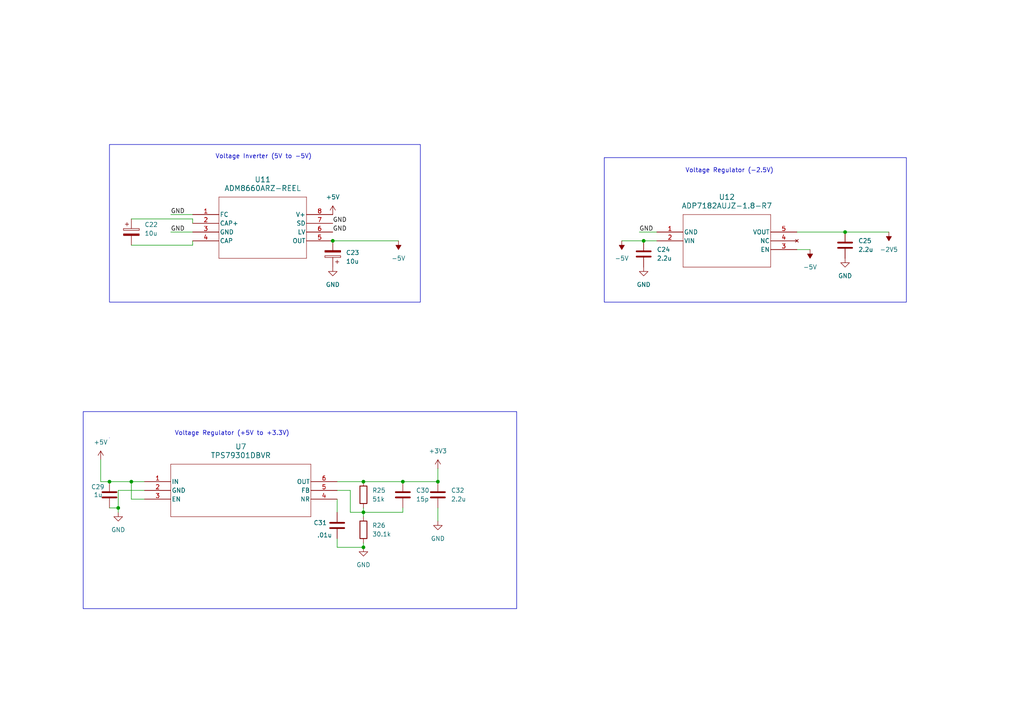
<source format=kicad_sch>
(kicad_sch (version 20250114) (generator "eeschema") (generator_version "9.0")
  (paper "A4")
  (lib_symbols
    (symbol "Device:C" (pin_numbers (hide yes)) (pin_names (offset 0.254))
      (property "Reference" "C" (at 0.635 2.54 0))
      (property "Value" "C" (at 0.635 -2.54 0))
      (symbol "C_0_1"
        (polyline (pts (xy -2.032 0.762) (xy 2.032 0.762)) (stroke (width 0.508)))
        (polyline (pts (xy -2.032 -0.762) (xy 2.032 -0.762)) (stroke (width 0.508)))
      )
      (symbol "C_1_1"
        (pin passive line (at 0 3.81 270) (length 2.794) (name "~") (number "1"))
        (pin passive line (at 0 -3.81 90) (length 2.794) (name "~") (number "2"))
      )
    )
    (symbol "Device:C_Polarized" (pin_numbers (hide yes)) (pin_names (offset 0.254))
      (property "Reference" "C" (at 0.635 2.54 0))
      (property "Value" "C_Polarized" (at 0.635 -2.54 0))
      (symbol "C_Polarized_0_1"
        (rectangle (start -2.286 0.508) (end 2.286 1.016))
        (polyline (pts (xy -1.778 2.286) (xy -0.762 2.286)))
        (polyline (pts (xy -1.27 2.794) (xy -1.27 1.778)))
        (rectangle (start 2.286 -0.508) (end -2.286 -1.016) (fill (type outline)))
      )
      (symbol "C_Polarized_1_1"
        (pin passive line (at 0 3.81 270) (length 2.794) (name "~") (number "1"))
        (pin passive line (at 0 -3.81 90) (length 2.794) (name "~") (number "2"))
      )
    )
    (symbol "Device:R" (pin_numbers (hide yes)) (pin_names (offset 0))
      (property "Reference" "R" (at 2.032 0 90))
      (property "Value" "R" (at 0 0 90))
      (symbol "R_0_1"
        (rectangle (start -1.016 -2.54) (end 1.016 2.54) (stroke (width 0.254)))
      )
      (symbol "R_1_1"
        (pin passive line (at 0 3.81 270) (length 1.27) (name "~") (number "1"))
        (pin passive line (at 0 -3.81 90) (length 1.27) (name "~") (number "2"))
      )
    )
    (symbol "GND_1" (power) (pin_numbers (hide yes)) (pin_names (offset 0) (hide yes))
      (property "Value" "GND" (at 0 -3.81 0))
      (symbol "GND_1_0_1"
        (polyline (pts (xy 0 0) (xy 0 -1.27) (xy 1.27 -1.27) (xy 0 -2.54) (xy -1.27 -1.27) (xy 0 -1.27)))
      )
      (symbol "GND_1_1_1"
        (pin power_in line (at 0 0 270) (length 0) (name "~") (number "1"))
      )
    )
    (symbol "GND_2" (power) (pin_numbers (hide yes)) (pin_names (offset 0) (hide yes))
      (property "Value" "GND" (at 0 -3.81 0))
      (symbol "GND_2_0_1"
        (polyline (pts (xy 0 0) (xy 0 -1.27) (xy 1.27 -1.27) (xy 0 -2.54) (xy -1.27 -1.27) (xy 0 -1.27)))
      )
      (symbol "GND_2_1_1"
        (pin power_in line (at 0 0 270) (length 0) (name "~") (number "1"))
      )
    )
    (symbol "GND_3" (power) (pin_numbers (hide yes)) (pin_names (offset 0) (hide yes))
      (property "Value" "GND" (at 0 -3.81 0))
      (symbol "GND_3_0_1"
        (polyline (pts (xy 0 0) (xy 0 -1.27) (xy 1.27 -1.27) (xy 0 -2.54) (xy -1.27 -1.27) (xy 0 -1.27)))
      )
      (symbol "GND_3_1_1"
        (pin power_in line (at 0 0 270) (length 0) (name "~") (number "1"))
      )
    )
    (symbol "LDO_Regulator:ADP7182AUJZ-1.8-R7" (pin_names (offset 0.254))
      (property "Reference" "U" (at 20.32 10.16 0))
      (property "Value" "ADP7182AUJZ-1.8-R7" (at 20.32 7.62 0))
      (symbol "ADP7182AUJZ-1.8-R7_0_1"
        (polyline (pts (xy 7.62 5.08) (xy 7.62 -10.16)) (stroke (width 0.127)))
        (polyline (pts (xy 7.62 -10.16) (xy 33.02 -10.16)) (stroke (width 0.127)))
        (polyline (pts (xy 33.02 5.08) (xy 7.62 5.08)) (stroke (width 0.127)))
        (polyline (pts (xy 33.02 -10.16) (xy 33.02 5.08)) (stroke (width 0.127)))
        (pin power_out line (at 0 0 0) (length 7.62) (name "GND") (number "1"))
        (pin power_in line (at 0 -2.54 0) (length 7.62) (name "VIN") (number "2"))
        (pin output line (at 40.64 0 180) (length 7.62) (name "VOUT") (number "5"))
        (pin no_connect line (at 40.64 -2.54 180) (length 7.62) (name "NC") (number "4"))
        (pin input line (at 40.64 -5.08 180) (length 7.62) (name "EN") (number "3"))
      )
    )
    (symbol "LDO_Regulator:TPS79301DBVR" (pin_names (offset 0.254))
      (property "Reference" "U" (at 27.94 10.16 0))
      (property "Value" "TPS79301DBVR" (at 27.94 7.62 0))
      (symbol "TPS79301DBVR_0_1"
        (polyline (pts (xy 7.62 5.08) (xy 7.62 -10.16)) (stroke (width 0.127)))
        (polyline (pts (xy 7.62 -10.16) (xy 48.26 -10.16)) (stroke (width 0.127)))
        (polyline (pts (xy 48.26 5.08) (xy 7.62 5.08)) (stroke (width 0.127)))
        (polyline (pts (xy 48.26 -10.16) (xy 48.26 5.08)) (stroke (width 0.127)))
        (pin input line (at 0 0 0) (length 7.62) (name "IN") (number "1"))
        (pin power_in line (at 0 -2.54 0) (length 7.62) (name "GND") (number "2"))
        (pin unspecified line (at 0 -5.08 0) (length 7.62) (name "EN") (number "3"))
        (pin output line (at 55.88 0 180) (length 7.62) (name "OUT") (number "6"))
        (pin unspecified line (at 55.88 -2.54 180) (length 7.62) (name "FB") (number "5"))
        (pin unspecified line (at 55.88 -5.08 180) (length 7.62) (name "NR") (number "4"))
      )
    )
    (symbol "Voltate_Converter:ADM8660ARZ-REEL" (pin_names (offset 0.254))
      (property "Reference" "U" (at 20.32 10.16 0))
      (property "Value" "ADM8660ARZ-REEL" (at 20.32 7.62 0))
      (symbol "ADM8660ARZ-REEL_0_1"
        (polyline (pts (xy 7.62 5.08) (xy 7.62 -12.7)) (stroke (width 0.127)))
        (polyline (pts (xy 7.62 -12.7) (xy 33.02 -12.7)) (stroke (width 0.127)))
        (polyline (pts (xy 33.02 5.08) (xy 7.62 5.08)) (stroke (width 0.127)))
        (polyline (pts (xy 33.02 -12.7) (xy 33.02 5.08)) (stroke (width 0.127)))
        (pin unspecified line (at 0 0 0) (length 7.62) (name "FC") (number "1"))
        (pin unspecified line (at 0 -2.54 0) (length 7.62) (name "CAP+") (number "2"))
        (pin power_out line (at 0 -5.08 0) (length 7.62) (name "GND") (number "3"))
        (pin unspecified line (at 0 -7.62 0) (length 7.62) (name "CAP") (number "4"))
        (pin power_in line (at 40.64 0 180) (length 7.62) (name "V+") (number "8"))
        (pin unspecified line (at 40.64 -2.54 180) (length 7.62) (name "SD") (number "7"))
        (pin unspecified line (at 40.64 -5.08 180) (length 7.62) (name "LV") (number "6"))
        (pin output line (at 40.64 -7.62 180) (length 7.62) (name "OUT") (number "5"))
      )
    )
    (symbol "power:+3V3" (power) (pin_numbers (hide yes)) (pin_names (offset 0) (hide yes))
      (property "Value" "+3V3" (at 0 3.556 0))
      (symbol "+3V3_0_1"
        (polyline (pts (xy -0.762 1.27) (xy 0 2.54)))
        (polyline (pts (xy 0 2.54) (xy 0.762 1.27)))
        (polyline (pts (xy 0 0) (xy 0 2.54)))
      )
      (symbol "+3V3_1_1"
        (pin power_in line (at 0 0 90) (length 0) (name "~") (number "1"))
      )
    )
    (symbol "power:+5V" (power) (pin_names (offset 0))
      (property "Value" "+5V" (at 0 3.556 0))
      (symbol "+5V_0_1"
        (polyline (pts (xy -0.762 1.27) (xy 0 2.54)))
        (polyline (pts (xy 0 2.54) (xy 0.762 1.27)))
        (polyline (pts (xy 0 0) (xy 0 2.54)))
      )
      (symbol "+5V_1_1"
        (pin power_in line (at 0 0 90) (length 0) (hide yes) (name "+5V") (number "1"))
      )
    )
    (symbol "power:-2V5" (power) (pin_names (offset 0))
      (property "Value" "-2V5" (at 0 3.81 0))
      (symbol "-2V5_0_0"
        (pin power_in line (at 0 0 90) (length 0) (hide yes) (name "-2V5") (number "1"))
      )
      (symbol "-2V5_0_1"
        (polyline (pts (xy 0 0) (xy 0 1.27) (xy 0.762 1.27) (xy 0 2.54) (xy -0.762 1.27) (xy 0 1.27)) (fill (type outline)))
      )
    )
    (symbol "power:-5V" (power) (pin_names (offset 0))
      (property "Value" "-5V" (at 0 3.81 0))
      (symbol "-5V_0_0"
        (pin power_in line (at 0 0 90) (length 0) (hide yes) (name "-5V") (number "1"))
      )
      (symbol "-5V_0_1"
        (polyline (pts (xy 0 0) (xy 0 1.27) (xy 0.762 1.27) (xy 0 2.54) (xy -0.762 1.27) (xy 0 1.27)) (fill (type outline)))
      )
    )
    (symbol "power:GND" (power) (pin_names (offset 0))
      (property "Value" "GND" (at 0 -3.81 0))
      (symbol "GND_0_1"
        (polyline (pts (xy 0 0) (xy 0 -1.27) (xy 1.27 -1.27) (xy 0 -2.54) (xy -1.27 -1.27) (xy 0 -1.27)))
      )
      (symbol "GND_1_1"
        (pin power_in line (at 0 0 270) (length 0) (hide yes) (name "GND") (number "1"))
      )
    )
  )
  (rectangle (start 31.75 41.91) (end 121.92 87.63))
  (rectangle (start 31.75 127) (end 31.75 127))
  (rectangle (start 24.13 119.38) (end 149.86 176.53))
  (rectangle (start 175.26 45.72) (end 262.89 87.63))
  (text "Voltage Regulator (-2.5V)" (at 211.582 49.53 0) (effects (font (size 1.27 1.27))))
  (text "Voltage Regulator (+5V to +3.3V)" (at 67.31 125.73 0) (effects (font (size 1.27 1.27))))
  (text "Voltage Inverter (5V to -5V)" (at 76.454 45.466 0) (effects (font (size 1.27 1.27))))
  (junction (at 105.41 139.7))
  (junction (at 105.41 158.75))
  (junction (at 105.41 148.59))
  (junction (at 38.1 139.7))
  (junction (at 31.75 139.7))
  (junction (at 245.11 67.31))
  (junction (at 34.29 147.32))
  (junction (at 96.52 69.85))
  (junction (at 127 139.7))
  (junction (at 186.69 69.85))
  (junction (at 116.84 139.7))
  (wire (pts (xy 97.79 142.24) (xy 101.6 142.24)))
  (wire (pts (xy 41.91 142.24) (xy 34.29 142.24)))
  (wire (pts (xy 116.84 139.7) (xy 127 139.7)))
  (wire (pts (xy 116.84 147.32) (xy 116.84 148.59)))
  (wire (pts (xy 49.53 67.31) (xy 55.88 67.31)))
  (wire (pts (xy 116.84 148.59) (xy 105.41 148.59)))
  (wire (pts (xy 180.34 69.85) (xy 186.69 69.85)))
  (wire (pts (xy 29.21 139.7) (xy 31.75 139.7)))
  (wire (pts (xy 49.53 62.23) (xy 55.88 62.23)))
  (wire (pts (xy 105.41 149.86) (xy 105.41 148.59)))
  (wire (pts (xy 231.14 72.39) (xy 234.95 72.39)))
  (wire (pts (xy 31.75 139.7) (xy 38.1 139.7)))
  (wire (pts (xy 101.6 148.59) (xy 105.41 148.59)))
  (wire (pts (xy 34.29 142.24) (xy 34.29 147.32)))
  (wire (pts (xy 185.42 67.31) (xy 190.5 67.31)))
  (wire (pts (xy 34.29 147.32) (xy 34.29 148.59)))
  (wire (pts (xy 115.57 69.85) (xy 96.52 69.85)))
  (wire (pts (xy 127 135.89) (xy 127 139.7)))
  (wire (pts (xy 105.41 139.7) (xy 116.84 139.7)))
  (wire (pts (xy 105.41 157.48) (xy 105.41 158.75)))
  (wire (pts (xy 231.14 67.31) (xy 245.11 67.31)))
  (wire (pts (xy 31.75 147.32) (xy 34.29 147.32)))
  (wire (pts (xy 105.41 148.59) (xy 105.41 147.32)))
  (wire (pts (xy 101.6 142.24) (xy 101.6 148.59)))
  (wire (pts (xy 127 147.32) (xy 127 151.13)))
  (wire (pts (xy 29.21 133.35) (xy 29.21 139.7)))
  (wire (pts (xy 38.1 63.5) (xy 55.88 63.5)))
  (wire (pts (xy 245.11 67.31) (xy 257.81 67.31)))
  (wire (pts (xy 186.69 69.85) (xy 190.5 69.85)))
  (wire (pts (xy 41.91 144.78) (xy 38.1 144.78)))
  (wire (pts (xy 97.79 139.7) (xy 105.41 139.7)))
  (wire (pts (xy 97.79 156.21) (xy 97.79 158.75)))
  (wire (pts (xy 38.1 71.12) (xy 55.88 71.12)))
  (wire (pts (xy 38.1 144.78) (xy 38.1 139.7)))
  (wire (pts (xy 97.79 144.78) (xy 97.79 148.59)))
  (wire (pts (xy 55.88 71.12) (xy 55.88 69.85)))
  (wire (pts (xy 55.88 63.5) (xy 55.88 64.77)))
  (wire (pts (xy 97.79 158.75) (xy 105.41 158.75)))
  (wire (pts (xy 38.1 139.7) (xy 41.91 139.7)))
  (label "GND" (at 96.52 67.31 0))
  (label "GND" (at 96.52 64.77 0))
  (label "GND" (at 49.53 62.23 0))
  (label "GND" (at 185.42 67.31 0))
  (label "GND" (at 49.53 67.31 0))
  (symbol (lib_id "power:-2V5") (at 257.81 67.31 180) (unit 1)
    (property "Reference" "#PWR055" (effects (hide yes)))
    (property "Value" "-2V5" (at 257.81 72.39 0))
    (property "Description" "Power symbol creates a global label with name \"-2V5\"" (effects (hide yes)))
  )
  (symbol (lib_name "GND_2") (lib_id "power:GND") (at 105.41 158.75 0) (unit 1)
    (property "Reference" "#PWR066" (effects (hide yes)))
    (property "Value" "GND" (at 105.41 163.83 0))
    (property "Description" "Power symbol creates a global label with name \"GND\" , ground" (effects (hide yes)))
  )
  (symbol (lib_id "power:+3V3") (at 127 135.89 0) (unit 1)
    (property "Reference" "#PWR069" (effects (hide yes)))
    (property "Value" "+3V3" (at 127 130.81 0))
    (property "Description" "Power symbol creates a global label with name \"+3V3\"" (effects (hide yes)))
  )
  (symbol (lib_id "Device:C") (at 31.75 143.51 0) (unit 1)
    (property "Reference" "C29" (at 26.416 141.224 0) (effects (justify left)))
    (property "Value" "1u" (at 27.178 143.51 0) (effects (justify left)))
    (property "Footprint" "Capacitor_SMD:C_0402_1005Metric" (effects (hide yes)))
    (property "Description" "Unpolarized capacitor" (effects (hide yes)))
  )
  (symbol (lib_id "Device:C") (at 245.11 71.12 0) (unit 1)
    (property "Reference" "C25" (at 248.92 69.8499 0) (effects (justify left)))
    (property "Value" "2.2u" (at 248.92 72.3899 0) (effects (justify left)))
    (property "Footprint" "Capacitor_SMD:C_0402_1005Metric" (effects (hide yes)))
    (property "Description" "Unpolarized capacitor" (effects (hide yes)))
  )
  (symbol (lib_id "Device:C") (at 127 143.51 0) (unit 1)
    (property "Reference" "C32" (at 130.81 142.2399 0) (effects (justify left)))
    (property "Value" "2.2u" (at 130.81 144.7799 0) (effects (justify left)))
    (property "Footprint" "Capacitor_SMD:C_0402_1005Metric" (effects (hide yes)))
    (property "Description" "Unpolarized capacitor" (effects (hide yes)))
  )
  (symbol (lib_name "GND_3") (lib_id "power:GND") (at 127 151.13 0) (unit 1)
    (property "Reference" "#PWR068" (effects (hide yes)))
    (property "Value" "GND" (at 127 156.21 0))
    (property "Description" "Power symbol creates a global label with name \"GND\" , ground" (effects (hide yes)))
  )
  (symbol (lib_id "power:GND") (at 186.69 77.47 0) (unit 1)
    (property "Reference" "#PWR058" (effects (hide yes)))
    (property "Value" "GND" (at 186.69 82.55 0))
    (property "Description" "Power symbol creates a global label with name \"GND\" , ground" (effects (hide yes)))
  )
  (symbol (lib_id "LDO_Regulator:TPS79301DBVR") (at 41.91 139.7 0) (unit 1)
    (property "Reference" "U7" (at 69.85 129.54 0) (effects (font (size 1.524 1.524))))
    (property "Value" "TPS79301DBVR" (at 69.85 132.08 0) (effects (font (size 1.524 1.524))))
    (property "Footprint" "DBV6" (effects (hide yes)))
    (property "Datasheet" "TPS79301DBVR" (effects (hide yes)))
  )
  (symbol (lib_id "Device:C") (at 186.69 73.66 0) (unit 1)
    (property "Reference" "C24" (at 190.5 72.3899 0) (effects (justify left)))
    (property "Value" "2.2u" (at 190.5 74.9299 0) (effects (justify left)))
    (property "Footprint" "Capacitor_SMD:C_0402_1005Metric" (effects (hide yes)))
    (property "Description" "Unpolarized capacitor" (effects (hide yes)))
  )
  (symbol (lib_id "power:-5V") (at 180.34 69.85 180) (unit 1)
    (property "Reference" "#PWR054" (effects (hide yes)))
    (property "Value" "-5V" (at 180.34 74.93 0))
    (property "Description" "Power symbol creates a global label with name \"-5V\"" (effects (hide yes)))
  )
  (symbol (lib_id "power:-5V") (at 234.95 72.39 180) (unit 1)
    (property "Reference" "#PWR046" (effects (hide yes)))
    (property "Value" "-5V" (at 234.95 77.47 0))
    (property "Description" "Power symbol creates a global label with name \"-5V\"" (effects (hide yes)))
  )
  (symbol (lib_id "LDO_Regulator:ADP7182AUJZ-1.8-R7") (at 190.5 67.31 0) (unit 1)
    (property "Reference" "U12" (at 210.82 57.15 0) (effects (font (size 1.524 1.524))))
    (property "Value" "ADP7182AUJZ-1.8-R7" (at 210.82 59.69 0) (effects (font (size 1.524 1.524))))
    (property "Footprint" "LDO_Regulator:UJ-5_ADI" (effects (hide yes)))
    (property "Datasheet" "ADP7182AUJZ-1.8-R7" (effects (hide yes)))
  )
  (symbol (lib_id "power:GND") (at 96.52 77.47 0) (unit 1)
    (property "Reference" "#PWR053" (effects (hide yes)))
    (property "Value" "GND" (at 96.52 82.55 0))
    (property "Description" "Power symbol creates a global label with name \"GND\" , ground" (effects (hide yes)))
  )
  (symbol (lib_id "Device:C_Polarized") (at 96.52 73.66 180) (unit 1)
    (property "Reference" "C23" (at 100.33 73.2789 0) (effects (justify right)))
    (property "Value" "10u" (at 100.33 75.8189 0) (effects (justify right)))
    (property "Footprint" "Capacitor_SMD:C_0402_1005Metric" (effects (hide yes)))
    (property "Description" "Polarized capacitor" (effects (hide yes)))
  )
  (symbol (lib_id "power:GND") (at 245.11 74.93 0) (unit 1)
    (property "Reference" "#PWR059" (effects (hide yes)))
    (property "Value" "GND" (at 245.11 80.01 0))
    (property "Description" "Power symbol creates a global label with name \"GND\" , ground" (effects (hide yes)))
  )
  (symbol (lib_id "Device:C") (at 116.84 143.51 0) (unit 1)
    (property "Reference" "C30" (at 120.65 142.2399 0) (effects (justify left)))
    (property "Value" "15p" (at 120.65 144.7799 0) (effects (justify left)))
    (property "Footprint" "Capacitor_SMD:C_0402_1005Metric" (effects (hide yes)))
    (property "Description" "Unpolarized capacitor" (effects (hide yes)))
  )
  (symbol (lib_id "Device:R") (at 105.41 153.67 0) (unit 1)
    (property "Reference" "R26" (at 107.95 152.3999 0) (effects (justify left)))
    (property "Value" "30.1k" (at 107.95 154.9399 0) (effects (justify left)))
    (property "Footprint" "Resistor_SMD:R_0201_0603Metric" (effects (hide yes)))
    (property "Description" "Resistor" (effects (hide yes)))
  )
  (symbol (lib_id "power:-5V") (at 115.57 69.85 180) (unit 1)
    (property "Reference" "#PWR052" (effects (hide yes)))
    (property "Value" "-5V" (at 115.57 74.93 0))
    (property "Description" "Power symbol creates a global label with name \"-5V\"" (effects (hide yes)))
  )
  (symbol (lib_id "Voltate_Converter:ADM8660ARZ-REEL") (at 55.88 62.23 0) (unit 1)
    (property "Reference" "U11" (at 76.2 52.07 0) (effects (font (size 1.524 1.524))))
    (property "Value" "ADM8660ARZ-REEL" (at 76.2 54.61 0) (effects (font (size 1.524 1.524))))
    (property "Footprint" "Voltage_Converter:R_8_ADI" (effects (hide yes)))
    (property "Datasheet" "ADM8660ARZ-REEL" (effects (hide yes)))
  )
  (symbol (lib_id "Device:R") (at 105.41 143.51 0) (unit 1)
    (property "Reference" "R25" (at 107.95 142.2399 0) (effects (justify left)))
    (property "Value" "51k" (at 107.95 144.7799 0) (effects (justify left)))
    (property "Footprint" "Resistor_SMD:R_0201_0603Metric" (effects (hide yes)))
    (property "Description" "Resistor" (effects (hide yes)))
  )
  (symbol (lib_id "Device:C") (at 97.79 152.4 0) (unit 1)
    (property "Reference" "C31" (at 90.932 151.638 0) (effects (justify left)))
    (property "Value" ".01u" (at 91.948 155.194 0) (effects (justify left)))
    (property "Footprint" "Capacitor_SMD:C_0402_1005Metric" (effects (hide yes)))
    (property "Description" "Unpolarized capacitor" (effects (hide yes)))
  )
  (symbol (lib_id "Device:C_Polarized") (at 38.1 67.31 0) (unit 1)
    (property "Reference" "C22" (at 41.91 65.1509 0) (effects (justify left)))
    (property "Value" "10u" (at 41.91 67.6909 0) (effects (justify left)))
    (property "Footprint" "Capacitor_SMD:C_0402_1005Metric" (effects (hide yes)))
    (property "Description" "Polarized capacitor" (effects (hide yes)))
  )
  (symbol (lib_id "power:+5V") (at 29.21 133.35 0) (unit 1)
    (property "Reference" "#PWR067" (effects (hide yes)))
    (property "Value" "+5V" (at 29.21 128.27 0))
    (property "Description" "Power symbol creates a global label with name \"+5V\"" (effects (hide yes)))
  )
  (symbol (lib_name "GND_1") (lib_id "power:GND") (at 34.29 148.59 0) (unit 1)
    (property "Reference" "#PWR065" (effects (hide yes)))
    (property "Value" "GND" (at 34.29 153.67 0))
    (property "Description" "Power symbol creates a global label with name \"GND\" , ground" (effects (hide yes)))
  )
  (symbol (lib_id "power:+5V") (at 96.52 62.23 0) (unit 1)
    (property "Reference" "#PWR024" (effects (hide yes)))
    (property "Value" "+5V" (at 96.52 57.15 0))
    (property "Description" "Power symbol creates a global label with name \"+5V\"" (effects (hide yes)))
  )
)
</source>
